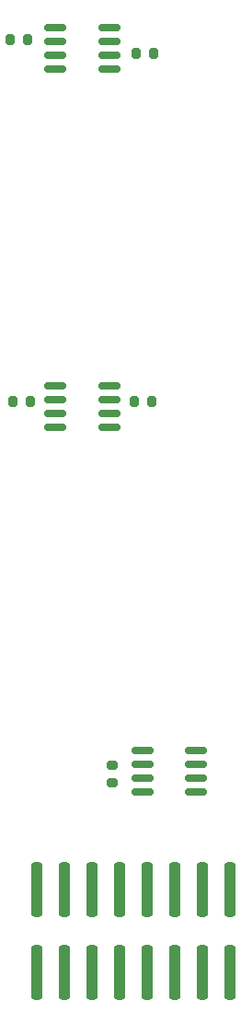
<source format=gbr>
%TF.GenerationSoftware,KiCad,Pcbnew,(7.0.0)*%
%TF.CreationDate,2023-03-10T05:54:07-08:00*%
%TF.ProjectId,wismix,7769736d-6978-42e6-9b69-6361645f7063,rev?*%
%TF.SameCoordinates,Original*%
%TF.FileFunction,Paste,Top*%
%TF.FilePolarity,Positive*%
%FSLAX46Y46*%
G04 Gerber Fmt 4.6, Leading zero omitted, Abs format (unit mm)*
G04 Created by KiCad (PCBNEW (7.0.0)) date 2023-03-10 05:54:07*
%MOMM*%
%LPD*%
G01*
G04 APERTURE LIST*
G04 Aperture macros list*
%AMRoundRect*
0 Rectangle with rounded corners*
0 $1 Rounding radius*
0 $2 $3 $4 $5 $6 $7 $8 $9 X,Y pos of 4 corners*
0 Add a 4 corners polygon primitive as box body*
4,1,4,$2,$3,$4,$5,$6,$7,$8,$9,$2,$3,0*
0 Add four circle primitives for the rounded corners*
1,1,$1+$1,$2,$3*
1,1,$1+$1,$4,$5*
1,1,$1+$1,$6,$7*
1,1,$1+$1,$8,$9*
0 Add four rect primitives between the rounded corners*
20,1,$1+$1,$2,$3,$4,$5,0*
20,1,$1+$1,$4,$5,$6,$7,0*
20,1,$1+$1,$6,$7,$8,$9,0*
20,1,$1+$1,$8,$9,$2,$3,0*%
G04 Aperture macros list end*
%ADD10RoundRect,0.150000X-0.825000X-0.150000X0.825000X-0.150000X0.825000X0.150000X-0.825000X0.150000X0*%
%ADD11RoundRect,0.200000X-0.275000X0.200000X-0.275000X-0.200000X0.275000X-0.200000X0.275000X0.200000X0*%
%ADD12RoundRect,0.200000X-0.200000X-0.275000X0.200000X-0.275000X0.200000X0.275000X-0.200000X0.275000X0*%
%ADD13RoundRect,0.200000X0.200000X0.275000X-0.200000X0.275000X-0.200000X-0.275000X0.200000X-0.275000X0*%
%ADD14RoundRect,0.255000X0.255000X-2.245000X0.255000X2.245000X-0.255000X2.245000X-0.255000X-2.245000X0*%
G04 APERTURE END LIST*
D10*
%TO.C,U3*%
X35775000Y-113595000D03*
X35775000Y-114865000D03*
X35775000Y-116135000D03*
X35775000Y-117405000D03*
X40725000Y-117405000D03*
X40725000Y-116135000D03*
X40725000Y-114865000D03*
X40725000Y-113595000D03*
%TD*%
%TO.C,U2*%
X27775000Y-80095000D03*
X27775000Y-81365000D03*
X27775000Y-82635000D03*
X27775000Y-83905000D03*
X32725000Y-83905000D03*
X32725000Y-82635000D03*
X32725000Y-81365000D03*
X32725000Y-80095000D03*
%TD*%
%TO.C,U1*%
X27775000Y-47095000D03*
X27775000Y-48365000D03*
X27775000Y-49635000D03*
X27775000Y-50905000D03*
X32725000Y-50905000D03*
X32725000Y-49635000D03*
X32725000Y-48365000D03*
X32725000Y-47095000D03*
%TD*%
D11*
%TO.C,R5*%
X33000000Y-114925000D03*
X33000000Y-116575000D03*
%TD*%
D12*
%TO.C,R4*%
X35000000Y-81500000D03*
X36650000Y-81500000D03*
%TD*%
D13*
%TO.C,R3*%
X25500000Y-81500000D03*
X23850000Y-81500000D03*
%TD*%
D12*
%TO.C,R2*%
X35175000Y-49500000D03*
X36825000Y-49500000D03*
%TD*%
D13*
%TO.C,R1*%
X25250000Y-48250000D03*
X23600000Y-48250000D03*
%TD*%
D14*
%TO.C,J1*%
X26050000Y-134000000D03*
X28590000Y-134000000D03*
X31130000Y-134000000D03*
X33670000Y-134000000D03*
X36210000Y-134000000D03*
X38750000Y-134000000D03*
X41290000Y-134000000D03*
X43830000Y-134000000D03*
X26050000Y-126400000D03*
X28590000Y-126400000D03*
X31130000Y-126400000D03*
X33670000Y-126400000D03*
X36210000Y-126400000D03*
X38750000Y-126400000D03*
X41290000Y-126400000D03*
X43830000Y-126400000D03*
%TD*%
M02*

</source>
